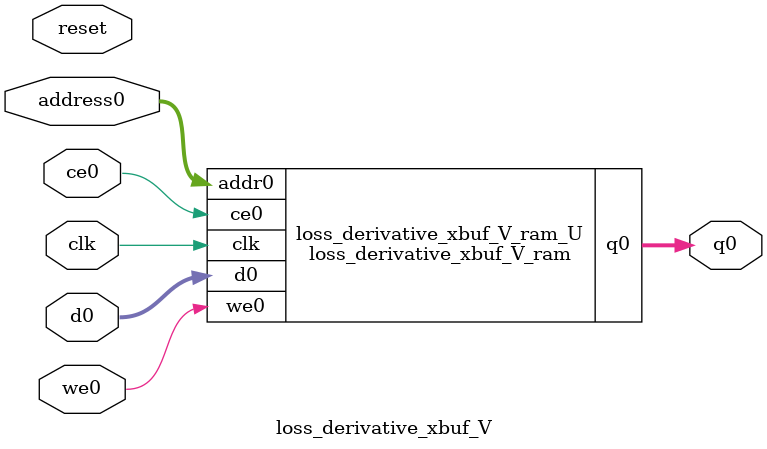
<source format=v>
`timescale 1 ns / 1 ps
module loss_derivative_xbuf_V_ram (addr0, ce0, d0, we0, q0,  clk);

parameter DWIDTH = 16;
parameter AWIDTH = 4;
parameter MEM_SIZE = 10;

input[AWIDTH-1:0] addr0;
input ce0;
input[DWIDTH-1:0] d0;
input we0;
output reg[DWIDTH-1:0] q0;
input clk;

reg [DWIDTH-1:0] ram[0:MEM_SIZE-1];




always @(posedge clk)  
begin 
    if (ce0) begin
        if (we0) 
            ram[addr0] <= d0; 
        q0 <= ram[addr0];
    end
end


endmodule

`timescale 1 ns / 1 ps
module loss_derivative_xbuf_V(
    reset,
    clk,
    address0,
    ce0,
    we0,
    d0,
    q0);

parameter DataWidth = 32'd16;
parameter AddressRange = 32'd10;
parameter AddressWidth = 32'd4;
input reset;
input clk;
input[AddressWidth - 1:0] address0;
input ce0;
input we0;
input[DataWidth - 1:0] d0;
output[DataWidth - 1:0] q0;



loss_derivative_xbuf_V_ram loss_derivative_xbuf_V_ram_U(
    .clk( clk ),
    .addr0( address0 ),
    .ce0( ce0 ),
    .we0( we0 ),
    .d0( d0 ),
    .q0( q0 ));

endmodule


</source>
